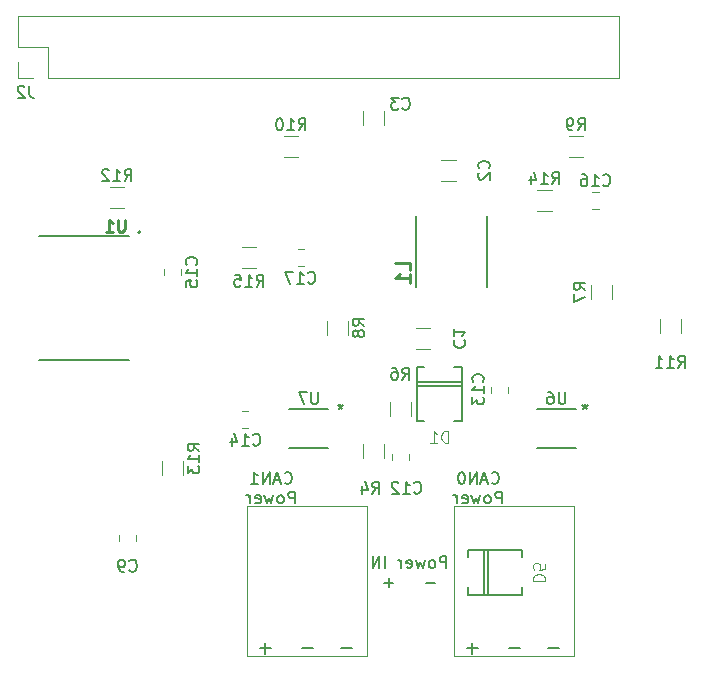
<source format=gbr>
G04 #@! TF.GenerationSoftware,KiCad,Pcbnew,(5.1.5)-3*
G04 #@! TF.CreationDate,2020-01-02T13:40:32+02:00*
G04 #@! TF.ProjectId,Morfeas_Rpi_Hat,4d6f7266-6561-4735-9f52-70695f486174,V1.0*
G04 #@! TF.SameCoordinates,Original*
G04 #@! TF.FileFunction,Legend,Bot*
G04 #@! TF.FilePolarity,Positive*
%FSLAX46Y46*%
G04 Gerber Fmt 4.6, Leading zero omitted, Abs format (unit mm)*
G04 Created by KiCad (PCBNEW (5.1.5)-3) date 2020-01-02 13:40:32*
%MOMM*%
%LPD*%
G04 APERTURE LIST*
%ADD10C,0.177800*%
%ADD11C,0.150000*%
%ADD12C,0.120000*%
%ADD13C,0.200000*%
%ADD14C,0.127000*%
%ADD15C,0.152400*%
%ADD16C,0.254000*%
%ADD17C,0.250000*%
%ADD18C,0.119380*%
G04 APERTURE END LIST*
D10*
X167615809Y-117946714D02*
X166648190Y-117946714D01*
X167132000Y-118430523D02*
X167132000Y-117462904D01*
X171191478Y-117936517D02*
X170223859Y-117936517D01*
X174493478Y-117936517D02*
X173525859Y-117936517D01*
X156967478Y-117936517D02*
X155999859Y-117936517D01*
X153665478Y-117936517D02*
X152697859Y-117936517D01*
X150089809Y-117946714D02*
X149122190Y-117946714D01*
X149606000Y-118430523D02*
X149606000Y-117462904D01*
D11*
X164917047Y-111133380D02*
X164917047Y-110133380D01*
X164536095Y-110133380D01*
X164440857Y-110181000D01*
X164393238Y-110228619D01*
X164345619Y-110323857D01*
X164345619Y-110466714D01*
X164393238Y-110561952D01*
X164440857Y-110609571D01*
X164536095Y-110657190D01*
X164917047Y-110657190D01*
X163774190Y-111133380D02*
X163869428Y-111085761D01*
X163917047Y-111038142D01*
X163964666Y-110942904D01*
X163964666Y-110657190D01*
X163917047Y-110561952D01*
X163869428Y-110514333D01*
X163774190Y-110466714D01*
X163631333Y-110466714D01*
X163536095Y-110514333D01*
X163488476Y-110561952D01*
X163440857Y-110657190D01*
X163440857Y-110942904D01*
X163488476Y-111038142D01*
X163536095Y-111085761D01*
X163631333Y-111133380D01*
X163774190Y-111133380D01*
X163107523Y-110466714D02*
X162917047Y-111133380D01*
X162726571Y-110657190D01*
X162536095Y-111133380D01*
X162345619Y-110466714D01*
X161583714Y-111085761D02*
X161678952Y-111133380D01*
X161869428Y-111133380D01*
X161964666Y-111085761D01*
X162012285Y-110990523D01*
X162012285Y-110609571D01*
X161964666Y-110514333D01*
X161869428Y-110466714D01*
X161678952Y-110466714D01*
X161583714Y-110514333D01*
X161536095Y-110609571D01*
X161536095Y-110704809D01*
X162012285Y-110800047D01*
X161107523Y-111133380D02*
X161107523Y-110466714D01*
X161107523Y-110657190D02*
X161059904Y-110561952D01*
X161012285Y-110514333D01*
X160917047Y-110466714D01*
X160821809Y-110466714D01*
X159726571Y-111133380D02*
X159726571Y-110133380D01*
X159250380Y-111133380D02*
X159250380Y-110133380D01*
X158678952Y-111133380D01*
X158678952Y-110133380D01*
X163940857Y-112402428D02*
X163178952Y-112402428D01*
X160417047Y-112402428D02*
X159655142Y-112402428D01*
X160036095Y-112783380D02*
X160036095Y-112021476D01*
X168759047Y-103926142D02*
X168806666Y-103973761D01*
X168949523Y-104021380D01*
X169044761Y-104021380D01*
X169187619Y-103973761D01*
X169282857Y-103878523D01*
X169330476Y-103783285D01*
X169378095Y-103592809D01*
X169378095Y-103449952D01*
X169330476Y-103259476D01*
X169282857Y-103164238D01*
X169187619Y-103069000D01*
X169044761Y-103021380D01*
X168949523Y-103021380D01*
X168806666Y-103069000D01*
X168759047Y-103116619D01*
X168378095Y-103735666D02*
X167901904Y-103735666D01*
X168473333Y-104021380D02*
X168140000Y-103021380D01*
X167806666Y-104021380D01*
X167473333Y-104021380D02*
X167473333Y-103021380D01*
X166901904Y-104021380D01*
X166901904Y-103021380D01*
X166235238Y-103021380D02*
X166140000Y-103021380D01*
X166044761Y-103069000D01*
X165997142Y-103116619D01*
X165949523Y-103211857D01*
X165901904Y-103402333D01*
X165901904Y-103640428D01*
X165949523Y-103830904D01*
X165997142Y-103926142D01*
X166044761Y-103973761D01*
X166140000Y-104021380D01*
X166235238Y-104021380D01*
X166330476Y-103973761D01*
X166378095Y-103926142D01*
X166425714Y-103830904D01*
X166473333Y-103640428D01*
X166473333Y-103402333D01*
X166425714Y-103211857D01*
X166378095Y-103116619D01*
X166330476Y-103069000D01*
X166235238Y-103021380D01*
X169616190Y-105671380D02*
X169616190Y-104671380D01*
X169235238Y-104671380D01*
X169140000Y-104719000D01*
X169092380Y-104766619D01*
X169044761Y-104861857D01*
X169044761Y-105004714D01*
X169092380Y-105099952D01*
X169140000Y-105147571D01*
X169235238Y-105195190D01*
X169616190Y-105195190D01*
X168473333Y-105671380D02*
X168568571Y-105623761D01*
X168616190Y-105576142D01*
X168663809Y-105480904D01*
X168663809Y-105195190D01*
X168616190Y-105099952D01*
X168568571Y-105052333D01*
X168473333Y-105004714D01*
X168330476Y-105004714D01*
X168235238Y-105052333D01*
X168187619Y-105099952D01*
X168140000Y-105195190D01*
X168140000Y-105480904D01*
X168187619Y-105576142D01*
X168235238Y-105623761D01*
X168330476Y-105671380D01*
X168473333Y-105671380D01*
X167806666Y-105004714D02*
X167616190Y-105671380D01*
X167425714Y-105195190D01*
X167235238Y-105671380D01*
X167044761Y-105004714D01*
X166282857Y-105623761D02*
X166378095Y-105671380D01*
X166568571Y-105671380D01*
X166663809Y-105623761D01*
X166711428Y-105528523D01*
X166711428Y-105147571D01*
X166663809Y-105052333D01*
X166568571Y-105004714D01*
X166378095Y-105004714D01*
X166282857Y-105052333D01*
X166235238Y-105147571D01*
X166235238Y-105242809D01*
X166711428Y-105338047D01*
X165806666Y-105671380D02*
X165806666Y-105004714D01*
X165806666Y-105195190D02*
X165759047Y-105099952D01*
X165711428Y-105052333D01*
X165616190Y-105004714D01*
X165520952Y-105004714D01*
X151233047Y-103926142D02*
X151280666Y-103973761D01*
X151423523Y-104021380D01*
X151518761Y-104021380D01*
X151661619Y-103973761D01*
X151756857Y-103878523D01*
X151804476Y-103783285D01*
X151852095Y-103592809D01*
X151852095Y-103449952D01*
X151804476Y-103259476D01*
X151756857Y-103164238D01*
X151661619Y-103069000D01*
X151518761Y-103021380D01*
X151423523Y-103021380D01*
X151280666Y-103069000D01*
X151233047Y-103116619D01*
X150852095Y-103735666D02*
X150375904Y-103735666D01*
X150947333Y-104021380D02*
X150614000Y-103021380D01*
X150280666Y-104021380D01*
X149947333Y-104021380D02*
X149947333Y-103021380D01*
X149375904Y-104021380D01*
X149375904Y-103021380D01*
X148375904Y-104021380D02*
X148947333Y-104021380D01*
X148661619Y-104021380D02*
X148661619Y-103021380D01*
X148756857Y-103164238D01*
X148852095Y-103259476D01*
X148947333Y-103307095D01*
X152090190Y-105671380D02*
X152090190Y-104671380D01*
X151709238Y-104671380D01*
X151614000Y-104719000D01*
X151566380Y-104766619D01*
X151518761Y-104861857D01*
X151518761Y-105004714D01*
X151566380Y-105099952D01*
X151614000Y-105147571D01*
X151709238Y-105195190D01*
X152090190Y-105195190D01*
X150947333Y-105671380D02*
X151042571Y-105623761D01*
X151090190Y-105576142D01*
X151137809Y-105480904D01*
X151137809Y-105195190D01*
X151090190Y-105099952D01*
X151042571Y-105052333D01*
X150947333Y-105004714D01*
X150804476Y-105004714D01*
X150709238Y-105052333D01*
X150661619Y-105099952D01*
X150614000Y-105195190D01*
X150614000Y-105480904D01*
X150661619Y-105576142D01*
X150709238Y-105623761D01*
X150804476Y-105671380D01*
X150947333Y-105671380D01*
X150280666Y-105004714D02*
X150090190Y-105671380D01*
X149899714Y-105195190D01*
X149709238Y-105671380D01*
X149518761Y-105004714D01*
X148756857Y-105623761D02*
X148852095Y-105671380D01*
X149042571Y-105671380D01*
X149137809Y-105623761D01*
X149185428Y-105528523D01*
X149185428Y-105147571D01*
X149137809Y-105052333D01*
X149042571Y-105004714D01*
X148852095Y-105004714D01*
X148756857Y-105052333D01*
X148709238Y-105147571D01*
X148709238Y-105242809D01*
X149185428Y-105338047D01*
X148280666Y-105671380D02*
X148280666Y-105004714D01*
X148280666Y-105195190D02*
X148233047Y-105099952D01*
X148185428Y-105052333D01*
X148090190Y-105004714D01*
X147994952Y-105004714D01*
D12*
X165550435Y-118606948D02*
X165550435Y-105906948D01*
X175710435Y-118606948D02*
X165550435Y-118606948D01*
X165550435Y-105906948D02*
X175710435Y-105906948D01*
X175710435Y-105906948D02*
X175710435Y-118606948D01*
X148082000Y-118618000D02*
X148082000Y-105918000D01*
X158242000Y-118618000D02*
X148082000Y-118618000D01*
X158242000Y-105918000D02*
X158242000Y-118618000D01*
X148082000Y-105918000D02*
X158242000Y-105918000D01*
D13*
G04 #@! TO.C,L1*
X168354000Y-81328000D02*
X168354000Y-87328000D01*
X162354000Y-87328000D02*
X162354000Y-81328000D01*
D12*
G04 #@! TO.C,J2*
X128634000Y-64440000D02*
X128634000Y-67040000D01*
X128634000Y-64440000D02*
X179554000Y-64440000D01*
X179554000Y-64440000D02*
X179554000Y-69640000D01*
X131234000Y-69640000D02*
X179554000Y-69640000D01*
X131234000Y-67040000D02*
X131234000Y-69640000D01*
X128634000Y-67040000D02*
X131234000Y-67040000D01*
X128634000Y-69640000D02*
X129964000Y-69640000D01*
X128634000Y-68310000D02*
X128634000Y-69640000D01*
D14*
G04 #@! TO.C,U1*
X138039000Y-93515000D02*
X130439000Y-93515000D01*
X138039000Y-83015000D02*
X130439000Y-83015000D01*
D13*
X139012000Y-82722000D02*
G75*
G03X139012000Y-82722000I-100000J0D01*
G01*
D12*
G04 #@! TO.C,R8*
X154792000Y-91404064D02*
X154792000Y-90199936D01*
X156612000Y-91404064D02*
X156612000Y-90199936D01*
G04 #@! TO.C,R15*
X148808064Y-83926000D02*
X147603936Y-83926000D01*
X148808064Y-85746000D02*
X147603936Y-85746000D01*
G04 #@! TO.C,R14*
X173830064Y-79100000D02*
X172625936Y-79100000D01*
X173830064Y-80920000D02*
X172625936Y-80920000D01*
G04 #@! TO.C,C17*
X152834078Y-84126000D02*
X152316922Y-84126000D01*
X152834078Y-85546000D02*
X152316922Y-85546000D01*
G04 #@! TO.C,C16*
X177804578Y-79300000D02*
X177287422Y-79300000D01*
X177804578Y-80720000D02*
X177287422Y-80720000D01*
D14*
G04 #@! TO.C,D5*
X171353963Y-110235523D02*
X171353963Y-109600523D01*
X166781963Y-113410523D02*
X166781963Y-112775523D01*
X171353963Y-113410523D02*
X166781963Y-113410523D01*
X171353963Y-112775523D02*
X171353963Y-113410523D01*
X168077363Y-113410523D02*
X168077363Y-109600523D01*
X168407563Y-113410523D02*
X168407563Y-109600523D01*
X166781963Y-109600523D02*
X166781963Y-110235523D01*
X171353963Y-109600523D02*
X166781963Y-109600523D01*
D12*
G04 #@! TO.C,R13*
X142642000Y-103292064D02*
X142642000Y-102087936D01*
X140822000Y-103292064D02*
X140822000Y-102087936D01*
G04 #@! TO.C,R12*
X137632064Y-80666000D02*
X136427936Y-80666000D01*
X137632064Y-78846000D02*
X136427936Y-78846000D01*
G04 #@! TO.C,C15*
X142442000Y-86364578D02*
X142442000Y-85847422D01*
X141022000Y-86364578D02*
X141022000Y-85847422D01*
G04 #@! TO.C,R11*
X182986000Y-90075936D02*
X182986000Y-91280064D01*
X184806000Y-90075936D02*
X184806000Y-91280064D01*
G04 #@! TO.C,R10*
X152370064Y-74528000D02*
X151165936Y-74528000D01*
X152370064Y-76348000D02*
X151165936Y-76348000D01*
G04 #@! TO.C,R9*
X176500064Y-74528000D02*
X175295936Y-74528000D01*
X176500064Y-76348000D02*
X175295936Y-76348000D01*
G04 #@! TO.C,R7*
X178964000Y-87157936D02*
X178964000Y-88362064D01*
X177144000Y-87157936D02*
X177144000Y-88362064D01*
G04 #@! TO.C,R6*
X160126000Y-98262064D02*
X160126000Y-97057936D01*
X161946000Y-98262064D02*
X161946000Y-97057936D01*
G04 #@! TO.C,R4*
X159660000Y-101824064D02*
X159660000Y-100619936D01*
X157840000Y-101824064D02*
X157840000Y-100619936D01*
G04 #@! TO.C,C14*
X148165078Y-97842000D02*
X147647922Y-97842000D01*
X148165078Y-99262000D02*
X147647922Y-99262000D01*
G04 #@! TO.C,C13*
X168708000Y-96349078D02*
X168708000Y-95831922D01*
X170128000Y-96349078D02*
X170128000Y-95831922D01*
G04 #@! TO.C,C12*
X161746000Y-102034078D02*
X161746000Y-101516922D01*
X160326000Y-102034078D02*
X160326000Y-101516922D01*
G04 #@! TO.C,C9*
X138632000Y-108892078D02*
X138632000Y-108374922D01*
X137212000Y-108892078D02*
X137212000Y-108374922D01*
G04 #@! TO.C,C3*
X157840000Y-73624064D02*
X157840000Y-72419936D01*
X159660000Y-73624064D02*
X159660000Y-72419936D01*
G04 #@! TO.C,C2*
X165702064Y-78380000D02*
X164497936Y-78380000D01*
X165702064Y-76560000D02*
X164497936Y-76560000D01*
G04 #@! TO.C,C1*
X163540064Y-90784000D02*
X162335936Y-90784000D01*
X163540064Y-92604000D02*
X162335936Y-92604000D01*
D15*
G04 #@! TO.C,U6*
X172593000Y-97684000D02*
X175895000Y-97684000D01*
X175895000Y-100986000D02*
X172593000Y-100986000D01*
G04 #@! TO.C,U7*
X151638000Y-97684000D02*
X154940000Y-97684000D01*
X154940000Y-100986000D02*
X151638000Y-100986000D01*
D14*
G04 #@! TO.C,D1*
X165608000Y-98684080D02*
X166243000Y-98684080D01*
X162433000Y-94112080D02*
X163068000Y-94112080D01*
X162433000Y-98684080D02*
X162433000Y-94112080D01*
X163068000Y-98684080D02*
X162433000Y-98684080D01*
X162433000Y-95407480D02*
X166243000Y-95407480D01*
X162433000Y-95737680D02*
X166243000Y-95737680D01*
X166243000Y-94112080D02*
X165608000Y-94112080D01*
X166243000Y-98684080D02*
X166243000Y-94112080D01*
G04 #@! TO.C,L1*
D16*
X161864523Y-85894333D02*
X161864523Y-85289571D01*
X160594523Y-85289571D01*
X161864523Y-86982904D02*
X161864523Y-86257190D01*
X161864523Y-86620047D02*
X160594523Y-86620047D01*
X160775952Y-86499095D01*
X160896904Y-86378142D01*
X160957380Y-86257190D01*
G04 #@! TO.C,J2*
D11*
X129619333Y-70318380D02*
X129619333Y-71032666D01*
X129666952Y-71175523D01*
X129762190Y-71270761D01*
X129905047Y-71318380D01*
X130000285Y-71318380D01*
X129190761Y-70413619D02*
X129143142Y-70366000D01*
X129047904Y-70318380D01*
X128809809Y-70318380D01*
X128714571Y-70366000D01*
X128666952Y-70413619D01*
X128619333Y-70508857D01*
X128619333Y-70604095D01*
X128666952Y-70746952D01*
X129238380Y-71318380D01*
X128619333Y-71318380D01*
G04 #@! TO.C,U1*
D17*
X137680095Y-81646619D02*
X137680095Y-82469095D01*
X137631714Y-82565857D01*
X137583333Y-82614238D01*
X137486571Y-82662619D01*
X137293047Y-82662619D01*
X137196285Y-82614238D01*
X137147904Y-82565857D01*
X137099523Y-82469095D01*
X137099523Y-81646619D01*
X136083523Y-82662619D02*
X136664095Y-82662619D01*
X136373809Y-82662619D02*
X136373809Y-81646619D01*
X136470571Y-81791761D01*
X136567333Y-81888523D01*
X136664095Y-81936904D01*
G04 #@! TO.C,R8*
D11*
X157974380Y-90635333D02*
X157498190Y-90302000D01*
X157974380Y-90063904D02*
X156974380Y-90063904D01*
X156974380Y-90444857D01*
X157022000Y-90540095D01*
X157069619Y-90587714D01*
X157164857Y-90635333D01*
X157307714Y-90635333D01*
X157402952Y-90587714D01*
X157450571Y-90540095D01*
X157498190Y-90444857D01*
X157498190Y-90063904D01*
X157402952Y-91206761D02*
X157355333Y-91111523D01*
X157307714Y-91063904D01*
X157212476Y-91016285D01*
X157164857Y-91016285D01*
X157069619Y-91063904D01*
X157022000Y-91111523D01*
X156974380Y-91206761D01*
X156974380Y-91397238D01*
X157022000Y-91492476D01*
X157069619Y-91540095D01*
X157164857Y-91587714D01*
X157212476Y-91587714D01*
X157307714Y-91540095D01*
X157355333Y-91492476D01*
X157402952Y-91397238D01*
X157402952Y-91206761D01*
X157450571Y-91111523D01*
X157498190Y-91063904D01*
X157593428Y-91016285D01*
X157783904Y-91016285D01*
X157879142Y-91063904D01*
X157926761Y-91111523D01*
X157974380Y-91206761D01*
X157974380Y-91397238D01*
X157926761Y-91492476D01*
X157879142Y-91540095D01*
X157783904Y-91587714D01*
X157593428Y-91587714D01*
X157498190Y-91540095D01*
X157450571Y-91492476D01*
X157402952Y-91397238D01*
G04 #@! TO.C,R15*
X148848857Y-87320380D02*
X149182190Y-86844190D01*
X149420285Y-87320380D02*
X149420285Y-86320380D01*
X149039333Y-86320380D01*
X148944095Y-86368000D01*
X148896476Y-86415619D01*
X148848857Y-86510857D01*
X148848857Y-86653714D01*
X148896476Y-86748952D01*
X148944095Y-86796571D01*
X149039333Y-86844190D01*
X149420285Y-86844190D01*
X147896476Y-87320380D02*
X148467904Y-87320380D01*
X148182190Y-87320380D02*
X148182190Y-86320380D01*
X148277428Y-86463238D01*
X148372666Y-86558476D01*
X148467904Y-86606095D01*
X146991714Y-86320380D02*
X147467904Y-86320380D01*
X147515523Y-86796571D01*
X147467904Y-86748952D01*
X147372666Y-86701333D01*
X147134571Y-86701333D01*
X147039333Y-86748952D01*
X146991714Y-86796571D01*
X146944095Y-86891809D01*
X146944095Y-87129904D01*
X146991714Y-87225142D01*
X147039333Y-87272761D01*
X147134571Y-87320380D01*
X147372666Y-87320380D01*
X147467904Y-87272761D01*
X147515523Y-87225142D01*
G04 #@! TO.C,R14*
X173870857Y-78642380D02*
X174204190Y-78166190D01*
X174442285Y-78642380D02*
X174442285Y-77642380D01*
X174061333Y-77642380D01*
X173966095Y-77690000D01*
X173918476Y-77737619D01*
X173870857Y-77832857D01*
X173870857Y-77975714D01*
X173918476Y-78070952D01*
X173966095Y-78118571D01*
X174061333Y-78166190D01*
X174442285Y-78166190D01*
X172918476Y-78642380D02*
X173489904Y-78642380D01*
X173204190Y-78642380D02*
X173204190Y-77642380D01*
X173299428Y-77785238D01*
X173394666Y-77880476D01*
X173489904Y-77928095D01*
X172061333Y-77975714D02*
X172061333Y-78642380D01*
X172299428Y-77594761D02*
X172537523Y-78309047D01*
X171918476Y-78309047D01*
G04 #@! TO.C,C17*
X153218357Y-86971142D02*
X153265976Y-87018761D01*
X153408833Y-87066380D01*
X153504071Y-87066380D01*
X153646928Y-87018761D01*
X153742166Y-86923523D01*
X153789785Y-86828285D01*
X153837404Y-86637809D01*
X153837404Y-86494952D01*
X153789785Y-86304476D01*
X153742166Y-86209238D01*
X153646928Y-86114000D01*
X153504071Y-86066380D01*
X153408833Y-86066380D01*
X153265976Y-86114000D01*
X153218357Y-86161619D01*
X152265976Y-87066380D02*
X152837404Y-87066380D01*
X152551690Y-87066380D02*
X152551690Y-86066380D01*
X152646928Y-86209238D01*
X152742166Y-86304476D01*
X152837404Y-86352095D01*
X151932642Y-86066380D02*
X151265976Y-86066380D01*
X151694547Y-87066380D01*
G04 #@! TO.C,C16*
X178188857Y-78717142D02*
X178236476Y-78764761D01*
X178379333Y-78812380D01*
X178474571Y-78812380D01*
X178617428Y-78764761D01*
X178712666Y-78669523D01*
X178760285Y-78574285D01*
X178807904Y-78383809D01*
X178807904Y-78240952D01*
X178760285Y-78050476D01*
X178712666Y-77955238D01*
X178617428Y-77860000D01*
X178474571Y-77812380D01*
X178379333Y-77812380D01*
X178236476Y-77860000D01*
X178188857Y-77907619D01*
X177236476Y-78812380D02*
X177807904Y-78812380D01*
X177522190Y-78812380D02*
X177522190Y-77812380D01*
X177617428Y-77955238D01*
X177712666Y-78050476D01*
X177807904Y-78098095D01*
X176379333Y-77812380D02*
X176569809Y-77812380D01*
X176665047Y-77860000D01*
X176712666Y-77907619D01*
X176807904Y-78050476D01*
X176855523Y-78240952D01*
X176855523Y-78621904D01*
X176807904Y-78717142D01*
X176760285Y-78764761D01*
X176665047Y-78812380D01*
X176474571Y-78812380D01*
X176379333Y-78764761D01*
X176331714Y-78717142D01*
X176284095Y-78621904D01*
X176284095Y-78383809D01*
X176331714Y-78288571D01*
X176379333Y-78240952D01*
X176474571Y-78193333D01*
X176665047Y-78193333D01*
X176760285Y-78240952D01*
X176807904Y-78288571D01*
X176855523Y-78383809D01*
G04 #@! TO.C,D5*
D18*
X172267275Y-112244656D02*
X173268035Y-112244656D01*
X173268035Y-112006380D01*
X173220380Y-111863414D01*
X173125069Y-111768103D01*
X173029759Y-111720448D01*
X172839138Y-111672793D01*
X172696172Y-111672793D01*
X172505551Y-111720448D01*
X172410240Y-111768103D01*
X172314930Y-111863414D01*
X172267275Y-112006380D01*
X172267275Y-112244656D01*
X173268035Y-110767343D02*
X173268035Y-111243896D01*
X172791482Y-111291551D01*
X172839138Y-111243896D01*
X172886793Y-111148585D01*
X172886793Y-110910309D01*
X172839138Y-110814999D01*
X172791482Y-110767343D01*
X172696172Y-110719688D01*
X172457896Y-110719688D01*
X172362585Y-110767343D01*
X172314930Y-110814999D01*
X172267275Y-110910309D01*
X172267275Y-111148585D01*
X172314930Y-111243896D01*
X172362585Y-111291551D01*
G04 #@! TO.C,R13*
D11*
X144004380Y-101211142D02*
X143528190Y-100877809D01*
X144004380Y-100639714D02*
X143004380Y-100639714D01*
X143004380Y-101020666D01*
X143052000Y-101115904D01*
X143099619Y-101163523D01*
X143194857Y-101211142D01*
X143337714Y-101211142D01*
X143432952Y-101163523D01*
X143480571Y-101115904D01*
X143528190Y-101020666D01*
X143528190Y-100639714D01*
X144004380Y-102163523D02*
X144004380Y-101592095D01*
X144004380Y-101877809D02*
X143004380Y-101877809D01*
X143147238Y-101782571D01*
X143242476Y-101687333D01*
X143290095Y-101592095D01*
X143004380Y-102496857D02*
X143004380Y-103115904D01*
X143385333Y-102782571D01*
X143385333Y-102925428D01*
X143432952Y-103020666D01*
X143480571Y-103068285D01*
X143575809Y-103115904D01*
X143813904Y-103115904D01*
X143909142Y-103068285D01*
X143956761Y-103020666D01*
X144004380Y-102925428D01*
X144004380Y-102639714D01*
X143956761Y-102544476D01*
X143909142Y-102496857D01*
G04 #@! TO.C,R12*
X137672857Y-78388380D02*
X138006190Y-77912190D01*
X138244285Y-78388380D02*
X138244285Y-77388380D01*
X137863333Y-77388380D01*
X137768095Y-77436000D01*
X137720476Y-77483619D01*
X137672857Y-77578857D01*
X137672857Y-77721714D01*
X137720476Y-77816952D01*
X137768095Y-77864571D01*
X137863333Y-77912190D01*
X138244285Y-77912190D01*
X136720476Y-78388380D02*
X137291904Y-78388380D01*
X137006190Y-78388380D02*
X137006190Y-77388380D01*
X137101428Y-77531238D01*
X137196666Y-77626476D01*
X137291904Y-77674095D01*
X136339523Y-77483619D02*
X136291904Y-77436000D01*
X136196666Y-77388380D01*
X135958571Y-77388380D01*
X135863333Y-77436000D01*
X135815714Y-77483619D01*
X135768095Y-77578857D01*
X135768095Y-77674095D01*
X135815714Y-77816952D01*
X136387142Y-78388380D01*
X135768095Y-78388380D01*
G04 #@! TO.C,C15*
X143739142Y-85463142D02*
X143786761Y-85415523D01*
X143834380Y-85272666D01*
X143834380Y-85177428D01*
X143786761Y-85034571D01*
X143691523Y-84939333D01*
X143596285Y-84891714D01*
X143405809Y-84844095D01*
X143262952Y-84844095D01*
X143072476Y-84891714D01*
X142977238Y-84939333D01*
X142882000Y-85034571D01*
X142834380Y-85177428D01*
X142834380Y-85272666D01*
X142882000Y-85415523D01*
X142929619Y-85463142D01*
X143834380Y-86415523D02*
X143834380Y-85844095D01*
X143834380Y-86129809D02*
X142834380Y-86129809D01*
X142977238Y-86034571D01*
X143072476Y-85939333D01*
X143120095Y-85844095D01*
X142834380Y-87320285D02*
X142834380Y-86844095D01*
X143310571Y-86796476D01*
X143262952Y-86844095D01*
X143215333Y-86939333D01*
X143215333Y-87177428D01*
X143262952Y-87272666D01*
X143310571Y-87320285D01*
X143405809Y-87367904D01*
X143643904Y-87367904D01*
X143739142Y-87320285D01*
X143786761Y-87272666D01*
X143834380Y-87177428D01*
X143834380Y-86939333D01*
X143786761Y-86844095D01*
X143739142Y-86796476D01*
G04 #@! TO.C,R11*
X184538857Y-94178380D02*
X184872190Y-93702190D01*
X185110285Y-94178380D02*
X185110285Y-93178380D01*
X184729333Y-93178380D01*
X184634095Y-93226000D01*
X184586476Y-93273619D01*
X184538857Y-93368857D01*
X184538857Y-93511714D01*
X184586476Y-93606952D01*
X184634095Y-93654571D01*
X184729333Y-93702190D01*
X185110285Y-93702190D01*
X183586476Y-94178380D02*
X184157904Y-94178380D01*
X183872190Y-94178380D02*
X183872190Y-93178380D01*
X183967428Y-93321238D01*
X184062666Y-93416476D01*
X184157904Y-93464095D01*
X182634095Y-94178380D02*
X183205523Y-94178380D01*
X182919809Y-94178380D02*
X182919809Y-93178380D01*
X183015047Y-93321238D01*
X183110285Y-93416476D01*
X183205523Y-93464095D01*
G04 #@! TO.C,R10*
X152410857Y-74070380D02*
X152744190Y-73594190D01*
X152982285Y-74070380D02*
X152982285Y-73070380D01*
X152601333Y-73070380D01*
X152506095Y-73118000D01*
X152458476Y-73165619D01*
X152410857Y-73260857D01*
X152410857Y-73403714D01*
X152458476Y-73498952D01*
X152506095Y-73546571D01*
X152601333Y-73594190D01*
X152982285Y-73594190D01*
X151458476Y-74070380D02*
X152029904Y-74070380D01*
X151744190Y-74070380D02*
X151744190Y-73070380D01*
X151839428Y-73213238D01*
X151934666Y-73308476D01*
X152029904Y-73356095D01*
X150839428Y-73070380D02*
X150744190Y-73070380D01*
X150648952Y-73118000D01*
X150601333Y-73165619D01*
X150553714Y-73260857D01*
X150506095Y-73451333D01*
X150506095Y-73689428D01*
X150553714Y-73879904D01*
X150601333Y-73975142D01*
X150648952Y-74022761D01*
X150744190Y-74070380D01*
X150839428Y-74070380D01*
X150934666Y-74022761D01*
X150982285Y-73975142D01*
X151029904Y-73879904D01*
X151077523Y-73689428D01*
X151077523Y-73451333D01*
X151029904Y-73260857D01*
X150982285Y-73165619D01*
X150934666Y-73118000D01*
X150839428Y-73070380D01*
G04 #@! TO.C,R9*
X176064666Y-74070380D02*
X176398000Y-73594190D01*
X176636095Y-74070380D02*
X176636095Y-73070380D01*
X176255142Y-73070380D01*
X176159904Y-73118000D01*
X176112285Y-73165619D01*
X176064666Y-73260857D01*
X176064666Y-73403714D01*
X176112285Y-73498952D01*
X176159904Y-73546571D01*
X176255142Y-73594190D01*
X176636095Y-73594190D01*
X175588476Y-74070380D02*
X175398000Y-74070380D01*
X175302761Y-74022761D01*
X175255142Y-73975142D01*
X175159904Y-73832285D01*
X175112285Y-73641809D01*
X175112285Y-73260857D01*
X175159904Y-73165619D01*
X175207523Y-73118000D01*
X175302761Y-73070380D01*
X175493238Y-73070380D01*
X175588476Y-73118000D01*
X175636095Y-73165619D01*
X175683714Y-73260857D01*
X175683714Y-73498952D01*
X175636095Y-73594190D01*
X175588476Y-73641809D01*
X175493238Y-73689428D01*
X175302761Y-73689428D01*
X175207523Y-73641809D01*
X175159904Y-73594190D01*
X175112285Y-73498952D01*
G04 #@! TO.C,R7*
X176686380Y-87593333D02*
X176210190Y-87260000D01*
X176686380Y-87021904D02*
X175686380Y-87021904D01*
X175686380Y-87402857D01*
X175734000Y-87498095D01*
X175781619Y-87545714D01*
X175876857Y-87593333D01*
X176019714Y-87593333D01*
X176114952Y-87545714D01*
X176162571Y-87498095D01*
X176210190Y-87402857D01*
X176210190Y-87021904D01*
X175686380Y-87926666D02*
X175686380Y-88593333D01*
X176686380Y-88164761D01*
G04 #@! TO.C,R6*
X161202666Y-95194380D02*
X161536000Y-94718190D01*
X161774095Y-95194380D02*
X161774095Y-94194380D01*
X161393142Y-94194380D01*
X161297904Y-94242000D01*
X161250285Y-94289619D01*
X161202666Y-94384857D01*
X161202666Y-94527714D01*
X161250285Y-94622952D01*
X161297904Y-94670571D01*
X161393142Y-94718190D01*
X161774095Y-94718190D01*
X160345523Y-94194380D02*
X160536000Y-94194380D01*
X160631238Y-94242000D01*
X160678857Y-94289619D01*
X160774095Y-94432476D01*
X160821714Y-94622952D01*
X160821714Y-95003904D01*
X160774095Y-95099142D01*
X160726476Y-95146761D01*
X160631238Y-95194380D01*
X160440761Y-95194380D01*
X160345523Y-95146761D01*
X160297904Y-95099142D01*
X160250285Y-95003904D01*
X160250285Y-94765809D01*
X160297904Y-94670571D01*
X160345523Y-94622952D01*
X160440761Y-94575333D01*
X160631238Y-94575333D01*
X160726476Y-94622952D01*
X160774095Y-94670571D01*
X160821714Y-94765809D01*
G04 #@! TO.C,R4*
X158662666Y-104846380D02*
X158996000Y-104370190D01*
X159234095Y-104846380D02*
X159234095Y-103846380D01*
X158853142Y-103846380D01*
X158757904Y-103894000D01*
X158710285Y-103941619D01*
X158662666Y-104036857D01*
X158662666Y-104179714D01*
X158710285Y-104274952D01*
X158757904Y-104322571D01*
X158853142Y-104370190D01*
X159234095Y-104370190D01*
X157805523Y-104179714D02*
X157805523Y-104846380D01*
X158043619Y-103798761D02*
X158281714Y-104513047D01*
X157662666Y-104513047D01*
G04 #@! TO.C,C14*
X148549357Y-100687142D02*
X148596976Y-100734761D01*
X148739833Y-100782380D01*
X148835071Y-100782380D01*
X148977928Y-100734761D01*
X149073166Y-100639523D01*
X149120785Y-100544285D01*
X149168404Y-100353809D01*
X149168404Y-100210952D01*
X149120785Y-100020476D01*
X149073166Y-99925238D01*
X148977928Y-99830000D01*
X148835071Y-99782380D01*
X148739833Y-99782380D01*
X148596976Y-99830000D01*
X148549357Y-99877619D01*
X147596976Y-100782380D02*
X148168404Y-100782380D01*
X147882690Y-100782380D02*
X147882690Y-99782380D01*
X147977928Y-99925238D01*
X148073166Y-100020476D01*
X148168404Y-100068095D01*
X146739833Y-100115714D02*
X146739833Y-100782380D01*
X146977928Y-99734761D02*
X147216023Y-100449047D01*
X146596976Y-100449047D01*
G04 #@! TO.C,C13*
X167997142Y-95369142D02*
X168044761Y-95321523D01*
X168092380Y-95178666D01*
X168092380Y-95083428D01*
X168044761Y-94940571D01*
X167949523Y-94845333D01*
X167854285Y-94797714D01*
X167663809Y-94750095D01*
X167520952Y-94750095D01*
X167330476Y-94797714D01*
X167235238Y-94845333D01*
X167140000Y-94940571D01*
X167092380Y-95083428D01*
X167092380Y-95178666D01*
X167140000Y-95321523D01*
X167187619Y-95369142D01*
X168092380Y-96321523D02*
X168092380Y-95750095D01*
X168092380Y-96035809D02*
X167092380Y-96035809D01*
X167235238Y-95940571D01*
X167330476Y-95845333D01*
X167378095Y-95750095D01*
X167092380Y-96654857D02*
X167092380Y-97273904D01*
X167473333Y-96940571D01*
X167473333Y-97083428D01*
X167520952Y-97178666D01*
X167568571Y-97226285D01*
X167663809Y-97273904D01*
X167901904Y-97273904D01*
X167997142Y-97226285D01*
X168044761Y-97178666D01*
X168092380Y-97083428D01*
X168092380Y-96797714D01*
X168044761Y-96702476D01*
X167997142Y-96654857D01*
G04 #@! TO.C,C12*
X162186857Y-104751142D02*
X162234476Y-104798761D01*
X162377333Y-104846380D01*
X162472571Y-104846380D01*
X162615428Y-104798761D01*
X162710666Y-104703523D01*
X162758285Y-104608285D01*
X162805904Y-104417809D01*
X162805904Y-104274952D01*
X162758285Y-104084476D01*
X162710666Y-103989238D01*
X162615428Y-103894000D01*
X162472571Y-103846380D01*
X162377333Y-103846380D01*
X162234476Y-103894000D01*
X162186857Y-103941619D01*
X161234476Y-104846380D02*
X161805904Y-104846380D01*
X161520190Y-104846380D02*
X161520190Y-103846380D01*
X161615428Y-103989238D01*
X161710666Y-104084476D01*
X161805904Y-104132095D01*
X160853523Y-103941619D02*
X160805904Y-103894000D01*
X160710666Y-103846380D01*
X160472571Y-103846380D01*
X160377333Y-103894000D01*
X160329714Y-103941619D01*
X160282095Y-104036857D01*
X160282095Y-104132095D01*
X160329714Y-104274952D01*
X160901142Y-104846380D01*
X160282095Y-104846380D01*
G04 #@! TO.C,C9*
X138088666Y-111355142D02*
X138136285Y-111402761D01*
X138279142Y-111450380D01*
X138374380Y-111450380D01*
X138517238Y-111402761D01*
X138612476Y-111307523D01*
X138660095Y-111212285D01*
X138707714Y-111021809D01*
X138707714Y-110878952D01*
X138660095Y-110688476D01*
X138612476Y-110593238D01*
X138517238Y-110498000D01*
X138374380Y-110450380D01*
X138279142Y-110450380D01*
X138136285Y-110498000D01*
X138088666Y-110545619D01*
X137612476Y-111450380D02*
X137422000Y-111450380D01*
X137326761Y-111402761D01*
X137279142Y-111355142D01*
X137183904Y-111212285D01*
X137136285Y-111021809D01*
X137136285Y-110640857D01*
X137183904Y-110545619D01*
X137231523Y-110498000D01*
X137326761Y-110450380D01*
X137517238Y-110450380D01*
X137612476Y-110498000D01*
X137660095Y-110545619D01*
X137707714Y-110640857D01*
X137707714Y-110878952D01*
X137660095Y-110974190D01*
X137612476Y-111021809D01*
X137517238Y-111069428D01*
X137326761Y-111069428D01*
X137231523Y-111021809D01*
X137183904Y-110974190D01*
X137136285Y-110878952D01*
G04 #@! TO.C,C3*
X161202666Y-72239142D02*
X161250285Y-72286761D01*
X161393142Y-72334380D01*
X161488380Y-72334380D01*
X161631238Y-72286761D01*
X161726476Y-72191523D01*
X161774095Y-72096285D01*
X161821714Y-71905809D01*
X161821714Y-71762952D01*
X161774095Y-71572476D01*
X161726476Y-71477238D01*
X161631238Y-71382000D01*
X161488380Y-71334380D01*
X161393142Y-71334380D01*
X161250285Y-71382000D01*
X161202666Y-71429619D01*
X160869333Y-71334380D02*
X160250285Y-71334380D01*
X160583619Y-71715333D01*
X160440761Y-71715333D01*
X160345523Y-71762952D01*
X160297904Y-71810571D01*
X160250285Y-71905809D01*
X160250285Y-72143904D01*
X160297904Y-72239142D01*
X160345523Y-72286761D01*
X160440761Y-72334380D01*
X160726476Y-72334380D01*
X160821714Y-72286761D01*
X160869333Y-72239142D01*
G04 #@! TO.C,C2*
X168505142Y-77303333D02*
X168552761Y-77255714D01*
X168600380Y-77112857D01*
X168600380Y-77017619D01*
X168552761Y-76874761D01*
X168457523Y-76779523D01*
X168362285Y-76731904D01*
X168171809Y-76684285D01*
X168028952Y-76684285D01*
X167838476Y-76731904D01*
X167743238Y-76779523D01*
X167648000Y-76874761D01*
X167600380Y-77017619D01*
X167600380Y-77112857D01*
X167648000Y-77255714D01*
X167695619Y-77303333D01*
X167695619Y-77684285D02*
X167648000Y-77731904D01*
X167600380Y-77827142D01*
X167600380Y-78065238D01*
X167648000Y-78160476D01*
X167695619Y-78208095D01*
X167790857Y-78255714D01*
X167886095Y-78255714D01*
X168028952Y-78208095D01*
X168600380Y-77636666D01*
X168600380Y-78255714D01*
G04 #@! TO.C,C1*
X165628857Y-91860666D02*
X165581238Y-91908285D01*
X165533619Y-92051142D01*
X165533619Y-92146380D01*
X165581238Y-92289238D01*
X165676476Y-92384476D01*
X165771714Y-92432095D01*
X165962190Y-92479714D01*
X166105047Y-92479714D01*
X166295523Y-92432095D01*
X166390761Y-92384476D01*
X166486000Y-92289238D01*
X166533619Y-92146380D01*
X166533619Y-92051142D01*
X166486000Y-91908285D01*
X166438380Y-91860666D01*
X165533619Y-90908285D02*
X165533619Y-91479714D01*
X165533619Y-91194000D02*
X166533619Y-91194000D01*
X166390761Y-91289238D01*
X166295523Y-91384476D01*
X166247904Y-91479714D01*
G04 #@! TO.C,U6*
X175005904Y-96247380D02*
X175005904Y-97056904D01*
X174958285Y-97152142D01*
X174910666Y-97199761D01*
X174815428Y-97247380D01*
X174624952Y-97247380D01*
X174529714Y-97199761D01*
X174482095Y-97152142D01*
X174434476Y-97056904D01*
X174434476Y-96247380D01*
X173529714Y-96247380D02*
X173720190Y-96247380D01*
X173815428Y-96295000D01*
X173863047Y-96342619D01*
X173958285Y-96485476D01*
X174005904Y-96675952D01*
X174005904Y-97056904D01*
X173958285Y-97152142D01*
X173910666Y-97199761D01*
X173815428Y-97247380D01*
X173624952Y-97247380D01*
X173529714Y-97199761D01*
X173482095Y-97152142D01*
X173434476Y-97056904D01*
X173434476Y-96818809D01*
X173482095Y-96723571D01*
X173529714Y-96675952D01*
X173624952Y-96628333D01*
X173815428Y-96628333D01*
X173910666Y-96675952D01*
X173958285Y-96723571D01*
X174005904Y-96818809D01*
X176669700Y-97242380D02*
X176669700Y-97480476D01*
X176907795Y-97385238D02*
X176669700Y-97480476D01*
X176431604Y-97385238D01*
X176812557Y-97670952D02*
X176669700Y-97480476D01*
X176526842Y-97670952D01*
X176669700Y-97242380D02*
X176669700Y-97480476D01*
X176907795Y-97385238D02*
X176669700Y-97480476D01*
X176431604Y-97385238D01*
X176812557Y-97670952D02*
X176669700Y-97480476D01*
X176526842Y-97670952D01*
G04 #@! TO.C,U7*
X154050904Y-96247380D02*
X154050904Y-97056904D01*
X154003285Y-97152142D01*
X153955666Y-97199761D01*
X153860428Y-97247380D01*
X153669952Y-97247380D01*
X153574714Y-97199761D01*
X153527095Y-97152142D01*
X153479476Y-97056904D01*
X153479476Y-96247380D01*
X153098523Y-96247380D02*
X152431857Y-96247380D01*
X152860428Y-97247380D01*
X155956000Y-97242380D02*
X155956000Y-97480476D01*
X156194095Y-97385238D02*
X155956000Y-97480476D01*
X155717904Y-97385238D01*
X156098857Y-97670952D02*
X155956000Y-97480476D01*
X155813142Y-97670952D01*
X155956000Y-97242380D02*
X155956000Y-97480476D01*
X156194095Y-97385238D02*
X155956000Y-97480476D01*
X155717904Y-97385238D01*
X156098857Y-97670952D02*
X155956000Y-97480476D01*
X155813142Y-97670952D01*
G04 #@! TO.C,D1*
D18*
X165076656Y-100528724D02*
X165076656Y-99527964D01*
X164838380Y-99527964D01*
X164695414Y-99575620D01*
X164600103Y-99670930D01*
X164552448Y-99766240D01*
X164504793Y-99956861D01*
X164504793Y-100099827D01*
X164552448Y-100290448D01*
X164600103Y-100385759D01*
X164695414Y-100481069D01*
X164838380Y-100528724D01*
X165076656Y-100528724D01*
X163551688Y-100528724D02*
X164123551Y-100528724D01*
X163837620Y-100528724D02*
X163837620Y-99527964D01*
X163932930Y-99670930D01*
X164028240Y-99766240D01*
X164123551Y-99813896D01*
G04 #@! TD*
M02*

</source>
